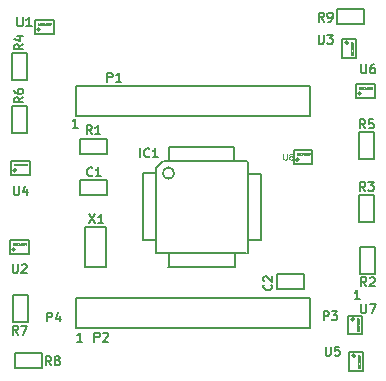
<source format=gto>
G04 (created by PCBNEW (2013-jul-07)-stable) date Thu 08 Dec 2016 11:22:07 AM PST*
%MOIN*%
G04 Gerber Fmt 3.4, Leading zero omitted, Abs format*
%FSLAX34Y34*%
G01*
G70*
G90*
G04 APERTURE LIST*
%ADD10C,0.00590551*%
%ADD11C,0.0059*%
%ADD12C,0.005*%
%ADD13C,0.006*%
%ADD14C,0.008*%
%ADD15C,0.001*%
%ADD16C,0.004*%
G04 APERTURE END LIST*
G54D10*
G54D11*
X50018Y-37442D02*
X50018Y-37147D01*
X50130Y-37147D01*
X50158Y-37161D01*
X50173Y-37175D01*
X50187Y-37203D01*
X50187Y-37245D01*
X50173Y-37273D01*
X50158Y-37287D01*
X50130Y-37301D01*
X50018Y-37301D01*
X50285Y-37147D02*
X50468Y-37147D01*
X50369Y-37259D01*
X50411Y-37259D01*
X50439Y-37273D01*
X50453Y-37287D01*
X50468Y-37315D01*
X50468Y-37386D01*
X50453Y-37414D01*
X50439Y-37428D01*
X50411Y-37442D01*
X50327Y-37442D01*
X50299Y-37428D01*
X50285Y-37414D01*
X40806Y-37481D02*
X40806Y-37186D01*
X40918Y-37186D01*
X40946Y-37200D01*
X40960Y-37214D01*
X40974Y-37242D01*
X40974Y-37284D01*
X40960Y-37312D01*
X40946Y-37326D01*
X40918Y-37340D01*
X40806Y-37340D01*
X41227Y-37284D02*
X41227Y-37481D01*
X41157Y-37172D02*
X41087Y-37383D01*
X41269Y-37383D01*
X41974Y-38150D02*
X41805Y-38150D01*
X41890Y-38150D02*
X41890Y-37855D01*
X41861Y-37897D01*
X41833Y-37925D01*
X41805Y-37939D01*
X51226Y-36733D02*
X51057Y-36733D01*
X51142Y-36733D02*
X51142Y-36438D01*
X51113Y-36480D01*
X51085Y-36508D01*
X51057Y-36522D01*
X41816Y-31024D02*
X41647Y-31024D01*
X41732Y-31024D02*
X41732Y-30729D01*
X41704Y-30772D01*
X41676Y-30800D01*
X41647Y-30814D01*
G54D12*
X50455Y-27072D02*
X51355Y-27072D01*
X51355Y-27072D02*
X51355Y-27572D01*
X51355Y-27572D02*
X50455Y-27572D01*
X50455Y-27572D02*
X50455Y-27072D01*
X39746Y-38529D02*
X40646Y-38529D01*
X40646Y-38529D02*
X40646Y-39029D01*
X40646Y-39029D02*
X39746Y-39029D01*
X39746Y-39029D02*
X39746Y-38529D01*
X40171Y-36597D02*
X40171Y-37497D01*
X40171Y-37497D02*
X39671Y-37497D01*
X39671Y-37497D02*
X39671Y-36597D01*
X39671Y-36597D02*
X40171Y-36597D01*
X40131Y-30298D02*
X40131Y-31198D01*
X40131Y-31198D02*
X39631Y-31198D01*
X39631Y-31198D02*
X39631Y-30298D01*
X39631Y-30298D02*
X40131Y-30298D01*
X51706Y-31164D02*
X51706Y-32064D01*
X51706Y-32064D02*
X51206Y-32064D01*
X51206Y-32064D02*
X51206Y-31164D01*
X51206Y-31164D02*
X51706Y-31164D01*
X40131Y-28526D02*
X40131Y-29426D01*
X40131Y-29426D02*
X39631Y-29426D01*
X39631Y-29426D02*
X39631Y-28526D01*
X39631Y-28526D02*
X40131Y-28526D01*
X51706Y-33250D02*
X51706Y-34150D01*
X51706Y-34150D02*
X51206Y-34150D01*
X51206Y-34150D02*
X51206Y-33250D01*
X51206Y-33250D02*
X51706Y-33250D01*
X51746Y-34983D02*
X51746Y-35883D01*
X51746Y-35883D02*
X51246Y-35883D01*
X51246Y-35883D02*
X51246Y-34983D01*
X51246Y-34983D02*
X51746Y-34983D01*
X41892Y-31383D02*
X42792Y-31383D01*
X42792Y-31383D02*
X42792Y-31883D01*
X42792Y-31883D02*
X41892Y-31883D01*
X41892Y-31883D02*
X41892Y-31383D01*
G54D13*
X47944Y-34751D02*
X47494Y-34751D01*
X47944Y-32571D02*
X47504Y-32571D01*
X47944Y-34751D02*
X47944Y-32571D01*
X47064Y-35221D02*
X47064Y-35651D01*
X44854Y-35231D02*
X44854Y-35651D01*
X44844Y-35651D02*
X47064Y-35661D01*
X44864Y-31681D02*
X47034Y-31671D01*
X44434Y-32371D02*
X44434Y-35201D01*
X47044Y-31681D02*
X47044Y-32091D01*
X44684Y-32131D02*
X47464Y-32131D01*
X47484Y-35211D02*
X47484Y-32171D01*
X44434Y-35211D02*
X47434Y-35211D01*
X43984Y-32541D02*
X43984Y-34761D01*
X43984Y-34761D02*
X44434Y-34761D01*
X44438Y-32361D02*
X44668Y-32131D01*
X43986Y-32541D02*
X44438Y-32541D01*
X44864Y-32131D02*
X44864Y-31679D01*
X45035Y-32535D02*
G75*
G03X45035Y-32535I-188J0D01*
G74*
G01*
G54D12*
X48447Y-35911D02*
X49347Y-35911D01*
X49347Y-35911D02*
X49347Y-36411D01*
X49347Y-36411D02*
X48447Y-36411D01*
X48447Y-36411D02*
X48447Y-35911D01*
X42812Y-33261D02*
X41912Y-33261D01*
X41912Y-33261D02*
X41912Y-32761D01*
X41912Y-32761D02*
X42812Y-32761D01*
X42812Y-32761D02*
X42812Y-33261D01*
G54D13*
X49568Y-29617D02*
X49568Y-30617D01*
X41768Y-29617D02*
X41768Y-30617D01*
X41768Y-29617D02*
X49568Y-29617D01*
X49568Y-30617D02*
X41768Y-30617D01*
X49568Y-36705D02*
X49568Y-37705D01*
X41768Y-36705D02*
X41768Y-37705D01*
X41768Y-36705D02*
X49568Y-36705D01*
X49568Y-37705D02*
X41768Y-37705D01*
G54D14*
X42775Y-34331D02*
X42775Y-35669D01*
X42775Y-35669D02*
X42067Y-35669D01*
X42067Y-35669D02*
X42067Y-34331D01*
X42067Y-34331D02*
X42775Y-34331D01*
G54D10*
X40567Y-27755D02*
G75*
G03X40567Y-27755I-55J0D01*
G74*
G01*
X41023Y-27440D02*
X41023Y-27913D01*
X41023Y-27913D02*
X40393Y-27913D01*
X40393Y-27913D02*
X40393Y-27440D01*
X40393Y-27440D02*
X41023Y-27440D01*
X39740Y-35078D02*
G75*
G03X39740Y-35078I-55J0D01*
G74*
G01*
X40196Y-34763D02*
X40196Y-35236D01*
X40196Y-35236D02*
X39566Y-35236D01*
X39566Y-35236D02*
X39566Y-34763D01*
X39566Y-34763D02*
X40196Y-34763D01*
X50843Y-28188D02*
G75*
G03X50843Y-28188I-55J0D01*
G74*
G01*
X51102Y-28700D02*
X50629Y-28700D01*
X50629Y-28700D02*
X50629Y-28070D01*
X50629Y-28070D02*
X51102Y-28070D01*
X51102Y-28070D02*
X51102Y-28700D01*
X39780Y-32440D02*
G75*
G03X39780Y-32440I-55J0D01*
G74*
G01*
X40236Y-32125D02*
X40236Y-32598D01*
X40236Y-32598D02*
X39606Y-32598D01*
X39606Y-32598D02*
X39606Y-32125D01*
X39606Y-32125D02*
X40236Y-32125D01*
X51079Y-38622D02*
G75*
G03X51079Y-38622I-55J0D01*
G74*
G01*
X51338Y-39133D02*
X50866Y-39133D01*
X50866Y-39133D02*
X50866Y-38503D01*
X50866Y-38503D02*
X51338Y-38503D01*
X51338Y-38503D02*
X51338Y-39133D01*
X51276Y-29881D02*
G75*
G03X51276Y-29881I-55J0D01*
G74*
G01*
X51732Y-29566D02*
X51732Y-30039D01*
X51732Y-30039D02*
X51102Y-30039D01*
X51102Y-30039D02*
X51102Y-29566D01*
X51102Y-29566D02*
X51732Y-29566D01*
X51039Y-37401D02*
G75*
G03X51039Y-37401I-55J0D01*
G74*
G01*
X51299Y-37913D02*
X50826Y-37913D01*
X50826Y-37913D02*
X50826Y-37283D01*
X50826Y-37283D02*
X51299Y-37283D01*
X51299Y-37283D02*
X51299Y-37913D01*
X49189Y-32086D02*
G75*
G03X49189Y-32086I-55J0D01*
G74*
G01*
X49645Y-31771D02*
X49645Y-32244D01*
X49645Y-32244D02*
X49015Y-32244D01*
X49015Y-32244D02*
X49015Y-31771D01*
X49015Y-31771D02*
X49645Y-31771D01*
G54D13*
X50028Y-27483D02*
X49928Y-27340D01*
X49857Y-27483D02*
X49857Y-27183D01*
X49971Y-27183D01*
X50000Y-27197D01*
X50014Y-27212D01*
X50028Y-27240D01*
X50028Y-27283D01*
X50014Y-27312D01*
X50000Y-27326D01*
X49971Y-27340D01*
X49857Y-27340D01*
X50171Y-27483D02*
X50228Y-27483D01*
X50257Y-27469D01*
X50271Y-27455D01*
X50300Y-27412D01*
X50314Y-27355D01*
X50314Y-27240D01*
X50300Y-27212D01*
X50285Y-27197D01*
X50257Y-27183D01*
X50200Y-27183D01*
X50171Y-27197D01*
X50157Y-27212D01*
X50143Y-27240D01*
X50143Y-27312D01*
X50157Y-27340D01*
X50171Y-27355D01*
X50200Y-27369D01*
X50257Y-27369D01*
X50285Y-27355D01*
X50300Y-27340D01*
X50314Y-27312D01*
X40934Y-38940D02*
X40834Y-38797D01*
X40762Y-38940D02*
X40762Y-38640D01*
X40877Y-38640D01*
X40905Y-38654D01*
X40919Y-38668D01*
X40934Y-38697D01*
X40934Y-38740D01*
X40919Y-38768D01*
X40905Y-38783D01*
X40877Y-38797D01*
X40762Y-38797D01*
X41105Y-38768D02*
X41077Y-38754D01*
X41062Y-38740D01*
X41048Y-38711D01*
X41048Y-38697D01*
X41062Y-38668D01*
X41077Y-38654D01*
X41105Y-38640D01*
X41162Y-38640D01*
X41191Y-38654D01*
X41205Y-38668D01*
X41219Y-38697D01*
X41219Y-38711D01*
X41205Y-38740D01*
X41191Y-38754D01*
X41162Y-38768D01*
X41105Y-38768D01*
X41077Y-38783D01*
X41062Y-38797D01*
X41048Y-38826D01*
X41048Y-38883D01*
X41062Y-38911D01*
X41077Y-38926D01*
X41105Y-38940D01*
X41162Y-38940D01*
X41191Y-38926D01*
X41205Y-38911D01*
X41219Y-38883D01*
X41219Y-38826D01*
X41205Y-38797D01*
X41191Y-38783D01*
X41162Y-38768D01*
X39831Y-37916D02*
X39731Y-37773D01*
X39660Y-37916D02*
X39660Y-37616D01*
X39774Y-37616D01*
X39803Y-37630D01*
X39817Y-37645D01*
X39831Y-37673D01*
X39831Y-37716D01*
X39817Y-37745D01*
X39803Y-37759D01*
X39774Y-37773D01*
X39660Y-37773D01*
X39931Y-37616D02*
X40131Y-37616D01*
X40003Y-37916D01*
X40003Y-30010D02*
X39860Y-30110D01*
X40003Y-30182D02*
X39703Y-30182D01*
X39703Y-30067D01*
X39717Y-30039D01*
X39731Y-30024D01*
X39760Y-30010D01*
X39803Y-30010D01*
X39831Y-30024D01*
X39846Y-30039D01*
X39860Y-30067D01*
X39860Y-30182D01*
X39703Y-29753D02*
X39703Y-29810D01*
X39717Y-29839D01*
X39731Y-29853D01*
X39774Y-29882D01*
X39831Y-29896D01*
X39946Y-29896D01*
X39974Y-29882D01*
X39989Y-29867D01*
X40003Y-29839D01*
X40003Y-29782D01*
X39989Y-29753D01*
X39974Y-29739D01*
X39946Y-29724D01*
X39874Y-29724D01*
X39846Y-29739D01*
X39831Y-29753D01*
X39817Y-29782D01*
X39817Y-29839D01*
X39831Y-29867D01*
X39846Y-29882D01*
X39874Y-29896D01*
X51406Y-31046D02*
X51306Y-30903D01*
X51235Y-31046D02*
X51235Y-30746D01*
X51349Y-30746D01*
X51378Y-30760D01*
X51392Y-30775D01*
X51406Y-30803D01*
X51406Y-30846D01*
X51392Y-30875D01*
X51378Y-30889D01*
X51349Y-30903D01*
X51235Y-30903D01*
X51678Y-30746D02*
X51535Y-30746D01*
X51520Y-30889D01*
X51535Y-30875D01*
X51563Y-30860D01*
X51635Y-30860D01*
X51663Y-30875D01*
X51678Y-30889D01*
X51692Y-30918D01*
X51692Y-30989D01*
X51678Y-31018D01*
X51663Y-31032D01*
X51635Y-31046D01*
X51563Y-31046D01*
X51535Y-31032D01*
X51520Y-31018D01*
X40003Y-28238D02*
X39860Y-28338D01*
X40003Y-28410D02*
X39703Y-28410D01*
X39703Y-28296D01*
X39717Y-28267D01*
X39731Y-28253D01*
X39760Y-28238D01*
X39803Y-28238D01*
X39831Y-28253D01*
X39846Y-28267D01*
X39860Y-28296D01*
X39860Y-28410D01*
X39803Y-27981D02*
X40003Y-27981D01*
X39689Y-28053D02*
X39903Y-28124D01*
X39903Y-27938D01*
X51406Y-33133D02*
X51306Y-32990D01*
X51235Y-33133D02*
X51235Y-32833D01*
X51349Y-32833D01*
X51378Y-32847D01*
X51392Y-32861D01*
X51406Y-32890D01*
X51406Y-32933D01*
X51392Y-32961D01*
X51378Y-32976D01*
X51349Y-32990D01*
X51235Y-32990D01*
X51506Y-32833D02*
X51692Y-32833D01*
X51592Y-32947D01*
X51635Y-32947D01*
X51663Y-32961D01*
X51678Y-32976D01*
X51692Y-33004D01*
X51692Y-33076D01*
X51678Y-33104D01*
X51663Y-33118D01*
X51635Y-33133D01*
X51549Y-33133D01*
X51520Y-33118D01*
X51506Y-33104D01*
X51446Y-36302D02*
X51346Y-36159D01*
X51274Y-36302D02*
X51274Y-36002D01*
X51388Y-36002D01*
X51417Y-36016D01*
X51431Y-36031D01*
X51446Y-36059D01*
X51446Y-36102D01*
X51431Y-36131D01*
X51417Y-36145D01*
X51388Y-36159D01*
X51274Y-36159D01*
X51560Y-36031D02*
X51574Y-36016D01*
X51603Y-36002D01*
X51674Y-36002D01*
X51703Y-36016D01*
X51717Y-36031D01*
X51731Y-36059D01*
X51731Y-36088D01*
X51717Y-36131D01*
X51546Y-36302D01*
X51731Y-36302D01*
X42292Y-31243D02*
X42192Y-31100D01*
X42121Y-31243D02*
X42121Y-30943D01*
X42235Y-30943D01*
X42263Y-30957D01*
X42278Y-30972D01*
X42292Y-31000D01*
X42292Y-31043D01*
X42278Y-31072D01*
X42263Y-31086D01*
X42235Y-31100D01*
X42121Y-31100D01*
X42578Y-31243D02*
X42406Y-31243D01*
X42492Y-31243D02*
X42492Y-30943D01*
X42463Y-30986D01*
X42435Y-31014D01*
X42406Y-31029D01*
X43899Y-32010D02*
X43899Y-31710D01*
X44213Y-31982D02*
X44199Y-31996D01*
X44156Y-32010D01*
X44128Y-32010D01*
X44085Y-31996D01*
X44056Y-31967D01*
X44042Y-31939D01*
X44028Y-31882D01*
X44028Y-31839D01*
X44042Y-31782D01*
X44056Y-31753D01*
X44085Y-31725D01*
X44128Y-31710D01*
X44156Y-31710D01*
X44199Y-31725D01*
X44213Y-31739D01*
X44499Y-32010D02*
X44328Y-32010D01*
X44413Y-32010D02*
X44413Y-31710D01*
X44385Y-31753D01*
X44356Y-31782D01*
X44328Y-31796D01*
G54D11*
X48280Y-36249D02*
X48294Y-36264D01*
X48308Y-36306D01*
X48308Y-36334D01*
X48294Y-36376D01*
X48266Y-36404D01*
X48238Y-36418D01*
X48181Y-36432D01*
X48139Y-36432D01*
X48083Y-36418D01*
X48055Y-36404D01*
X48027Y-36376D01*
X48013Y-36334D01*
X48013Y-36306D01*
X48027Y-36264D01*
X48041Y-36249D01*
X48041Y-36137D02*
X48027Y-36123D01*
X48013Y-36095D01*
X48013Y-36025D01*
X48027Y-35997D01*
X48041Y-35983D01*
X48069Y-35969D01*
X48097Y-35969D01*
X48139Y-35983D01*
X48308Y-36151D01*
X48308Y-35969D01*
G54D13*
X42312Y-32612D02*
X42297Y-32626D01*
X42255Y-32641D01*
X42226Y-32641D01*
X42183Y-32626D01*
X42155Y-32598D01*
X42140Y-32569D01*
X42126Y-32512D01*
X42126Y-32469D01*
X42140Y-32412D01*
X42155Y-32383D01*
X42183Y-32355D01*
X42226Y-32341D01*
X42255Y-32341D01*
X42297Y-32355D01*
X42312Y-32369D01*
X42597Y-32641D02*
X42426Y-32641D01*
X42512Y-32641D02*
X42512Y-32341D01*
X42483Y-32383D01*
X42455Y-32412D01*
X42426Y-32426D01*
X42810Y-29491D02*
X42810Y-29191D01*
X42924Y-29191D01*
X42952Y-29205D01*
X42967Y-29220D01*
X42981Y-29248D01*
X42981Y-29291D01*
X42967Y-29320D01*
X42952Y-29334D01*
X42924Y-29348D01*
X42810Y-29348D01*
X43267Y-29491D02*
X43095Y-29491D01*
X43181Y-29491D02*
X43181Y-29191D01*
X43152Y-29234D01*
X43124Y-29262D01*
X43095Y-29277D01*
X42376Y-38152D02*
X42376Y-37852D01*
X42491Y-37852D01*
X42519Y-37867D01*
X42534Y-37881D01*
X42548Y-37910D01*
X42548Y-37952D01*
X42534Y-37981D01*
X42519Y-37995D01*
X42491Y-38010D01*
X42376Y-38010D01*
X42662Y-37881D02*
X42676Y-37867D01*
X42705Y-37852D01*
X42776Y-37852D01*
X42805Y-37867D01*
X42819Y-37881D01*
X42834Y-37910D01*
X42834Y-37938D01*
X42819Y-37981D01*
X42648Y-38152D01*
X42834Y-38152D01*
X42198Y-33915D02*
X42398Y-34215D01*
X42398Y-33915D02*
X42198Y-34215D01*
X42669Y-34215D02*
X42498Y-34215D01*
X42583Y-34215D02*
X42583Y-33915D01*
X42555Y-33958D01*
X42526Y-33987D01*
X42498Y-34001D01*
X39810Y-27341D02*
X39810Y-27583D01*
X39825Y-27612D01*
X39839Y-27626D01*
X39867Y-27641D01*
X39925Y-27641D01*
X39953Y-27626D01*
X39967Y-27612D01*
X39982Y-27583D01*
X39982Y-27341D01*
X40282Y-27641D02*
X40110Y-27641D01*
X40196Y-27641D02*
X40196Y-27341D01*
X40167Y-27383D01*
X40139Y-27412D01*
X40110Y-27426D01*
G54D15*
X40499Y-27597D02*
X40499Y-27547D01*
X40511Y-27547D01*
X40518Y-27549D01*
X40522Y-27554D01*
X40525Y-27559D01*
X40527Y-27568D01*
X40527Y-27575D01*
X40525Y-27585D01*
X40522Y-27590D01*
X40518Y-27595D01*
X40511Y-27597D01*
X40499Y-27597D01*
X40549Y-27597D02*
X40549Y-27547D01*
X40565Y-27583D01*
X40582Y-27547D01*
X40582Y-27597D01*
X40634Y-27592D02*
X40632Y-27595D01*
X40625Y-27597D01*
X40620Y-27597D01*
X40613Y-27595D01*
X40608Y-27590D01*
X40606Y-27585D01*
X40603Y-27575D01*
X40603Y-27568D01*
X40606Y-27559D01*
X40608Y-27554D01*
X40613Y-27549D01*
X40620Y-27547D01*
X40625Y-27547D01*
X40632Y-27549D01*
X40634Y-27552D01*
X40653Y-27552D02*
X40656Y-27549D01*
X40661Y-27547D01*
X40672Y-27547D01*
X40677Y-27549D01*
X40680Y-27552D01*
X40682Y-27556D01*
X40682Y-27561D01*
X40680Y-27568D01*
X40651Y-27597D01*
X40682Y-27597D01*
X40725Y-27564D02*
X40725Y-27597D01*
X40713Y-27545D02*
X40701Y-27580D01*
X40732Y-27580D01*
X40761Y-27547D02*
X40765Y-27547D01*
X40770Y-27549D01*
X40772Y-27552D01*
X40775Y-27556D01*
X40777Y-27566D01*
X40777Y-27578D01*
X40775Y-27587D01*
X40772Y-27592D01*
X40770Y-27595D01*
X40765Y-27597D01*
X40761Y-27597D01*
X40756Y-27595D01*
X40753Y-27592D01*
X40751Y-27587D01*
X40749Y-27578D01*
X40749Y-27566D01*
X40751Y-27556D01*
X40753Y-27552D01*
X40756Y-27549D01*
X40761Y-27547D01*
X40808Y-27547D02*
X40813Y-27547D01*
X40818Y-27549D01*
X40820Y-27552D01*
X40822Y-27556D01*
X40825Y-27566D01*
X40825Y-27578D01*
X40822Y-27587D01*
X40820Y-27592D01*
X40818Y-27595D01*
X40813Y-27597D01*
X40808Y-27597D01*
X40803Y-27595D01*
X40801Y-27592D01*
X40799Y-27587D01*
X40796Y-27578D01*
X40796Y-27566D01*
X40799Y-27556D01*
X40801Y-27552D01*
X40803Y-27549D01*
X40808Y-27547D01*
X40846Y-27547D02*
X40846Y-27587D01*
X40849Y-27592D01*
X40851Y-27595D01*
X40856Y-27597D01*
X40865Y-27597D01*
X40870Y-27595D01*
X40872Y-27592D01*
X40875Y-27587D01*
X40875Y-27547D01*
X40891Y-27547D02*
X40908Y-27597D01*
X40925Y-27547D01*
G54D13*
X39653Y-35569D02*
X39653Y-35812D01*
X39667Y-35840D01*
X39681Y-35855D01*
X39710Y-35869D01*
X39767Y-35869D01*
X39796Y-35855D01*
X39810Y-35840D01*
X39824Y-35812D01*
X39824Y-35569D01*
X39953Y-35598D02*
X39967Y-35583D01*
X39996Y-35569D01*
X40067Y-35569D01*
X40096Y-35583D01*
X40110Y-35598D01*
X40124Y-35626D01*
X40124Y-35655D01*
X40110Y-35698D01*
X39939Y-35869D01*
X40124Y-35869D01*
G54D15*
X39672Y-34920D02*
X39672Y-34870D01*
X39684Y-34870D01*
X39691Y-34872D01*
X39696Y-34877D01*
X39698Y-34882D01*
X39700Y-34891D01*
X39700Y-34898D01*
X39698Y-34908D01*
X39696Y-34913D01*
X39691Y-34917D01*
X39684Y-34920D01*
X39672Y-34920D01*
X39722Y-34920D02*
X39722Y-34870D01*
X39739Y-34905D01*
X39755Y-34870D01*
X39755Y-34920D01*
X39808Y-34915D02*
X39805Y-34917D01*
X39798Y-34920D01*
X39793Y-34920D01*
X39786Y-34917D01*
X39781Y-34913D01*
X39779Y-34908D01*
X39777Y-34898D01*
X39777Y-34891D01*
X39779Y-34882D01*
X39781Y-34877D01*
X39786Y-34872D01*
X39793Y-34870D01*
X39798Y-34870D01*
X39805Y-34872D01*
X39808Y-34875D01*
X39827Y-34875D02*
X39829Y-34872D01*
X39834Y-34870D01*
X39846Y-34870D01*
X39850Y-34872D01*
X39853Y-34875D01*
X39855Y-34879D01*
X39855Y-34884D01*
X39853Y-34891D01*
X39824Y-34920D01*
X39855Y-34920D01*
X39898Y-34886D02*
X39898Y-34920D01*
X39886Y-34867D02*
X39874Y-34903D01*
X39905Y-34903D01*
X39934Y-34870D02*
X39939Y-34870D01*
X39943Y-34872D01*
X39946Y-34875D01*
X39948Y-34879D01*
X39950Y-34889D01*
X39950Y-34901D01*
X39948Y-34910D01*
X39946Y-34915D01*
X39943Y-34917D01*
X39939Y-34920D01*
X39934Y-34920D01*
X39929Y-34917D01*
X39927Y-34915D01*
X39924Y-34910D01*
X39922Y-34901D01*
X39922Y-34889D01*
X39924Y-34879D01*
X39927Y-34875D01*
X39929Y-34872D01*
X39934Y-34870D01*
X39981Y-34870D02*
X39986Y-34870D01*
X39991Y-34872D01*
X39993Y-34875D01*
X39996Y-34879D01*
X39998Y-34889D01*
X39998Y-34901D01*
X39996Y-34910D01*
X39993Y-34915D01*
X39991Y-34917D01*
X39986Y-34920D01*
X39981Y-34920D01*
X39977Y-34917D01*
X39974Y-34915D01*
X39972Y-34910D01*
X39969Y-34901D01*
X39969Y-34889D01*
X39972Y-34879D01*
X39974Y-34875D01*
X39977Y-34872D01*
X39981Y-34870D01*
X40019Y-34870D02*
X40019Y-34910D01*
X40022Y-34915D01*
X40024Y-34917D01*
X40029Y-34920D01*
X40039Y-34920D01*
X40043Y-34917D01*
X40046Y-34915D01*
X40048Y-34910D01*
X40048Y-34870D01*
X40065Y-34870D02*
X40081Y-34920D01*
X40098Y-34870D01*
G54D13*
X49850Y-27931D02*
X49850Y-28174D01*
X49864Y-28203D01*
X49878Y-28217D01*
X49907Y-28231D01*
X49964Y-28231D01*
X49993Y-28217D01*
X50007Y-28203D01*
X50021Y-28174D01*
X50021Y-27931D01*
X50135Y-27931D02*
X50321Y-27931D01*
X50221Y-28045D01*
X50264Y-28045D01*
X50293Y-28060D01*
X50307Y-28074D01*
X50321Y-28103D01*
X50321Y-28174D01*
X50307Y-28203D01*
X50293Y-28217D01*
X50264Y-28231D01*
X50178Y-28231D01*
X50150Y-28217D01*
X50135Y-28203D01*
G54D15*
X50986Y-28595D02*
X50936Y-28595D01*
X50936Y-28583D01*
X50938Y-28576D01*
X50943Y-28571D01*
X50948Y-28569D01*
X50957Y-28566D01*
X50964Y-28566D01*
X50974Y-28569D01*
X50979Y-28571D01*
X50983Y-28576D01*
X50986Y-28583D01*
X50986Y-28595D01*
X50986Y-28545D02*
X50936Y-28545D01*
X50972Y-28528D01*
X50936Y-28512D01*
X50986Y-28512D01*
X50981Y-28459D02*
X50983Y-28462D01*
X50986Y-28469D01*
X50986Y-28473D01*
X50983Y-28481D01*
X50979Y-28485D01*
X50974Y-28488D01*
X50964Y-28490D01*
X50957Y-28490D01*
X50948Y-28488D01*
X50943Y-28485D01*
X50938Y-28481D01*
X50936Y-28473D01*
X50936Y-28469D01*
X50938Y-28462D01*
X50941Y-28459D01*
X50941Y-28440D02*
X50938Y-28438D01*
X50936Y-28433D01*
X50936Y-28421D01*
X50938Y-28416D01*
X50941Y-28414D01*
X50945Y-28412D01*
X50950Y-28412D01*
X50957Y-28414D01*
X50986Y-28442D01*
X50986Y-28412D01*
X50953Y-28369D02*
X50986Y-28369D01*
X50933Y-28381D02*
X50969Y-28392D01*
X50969Y-28362D01*
X50936Y-28333D02*
X50936Y-28328D01*
X50938Y-28323D01*
X50941Y-28321D01*
X50945Y-28319D01*
X50955Y-28316D01*
X50967Y-28316D01*
X50976Y-28319D01*
X50981Y-28321D01*
X50983Y-28323D01*
X50986Y-28328D01*
X50986Y-28333D01*
X50983Y-28338D01*
X50981Y-28340D01*
X50976Y-28342D01*
X50967Y-28345D01*
X50955Y-28345D01*
X50945Y-28342D01*
X50941Y-28340D01*
X50938Y-28338D01*
X50936Y-28333D01*
X50936Y-28285D02*
X50936Y-28281D01*
X50938Y-28276D01*
X50941Y-28273D01*
X50945Y-28271D01*
X50955Y-28269D01*
X50967Y-28269D01*
X50976Y-28271D01*
X50981Y-28273D01*
X50983Y-28276D01*
X50986Y-28281D01*
X50986Y-28285D01*
X50983Y-28290D01*
X50981Y-28292D01*
X50976Y-28295D01*
X50967Y-28297D01*
X50955Y-28297D01*
X50945Y-28295D01*
X50941Y-28292D01*
X50938Y-28290D01*
X50936Y-28285D01*
X50936Y-28247D02*
X50976Y-28247D01*
X50981Y-28245D01*
X50983Y-28242D01*
X50986Y-28238D01*
X50986Y-28228D01*
X50983Y-28223D01*
X50981Y-28221D01*
X50976Y-28219D01*
X50936Y-28219D01*
X50936Y-28202D02*
X50986Y-28185D01*
X50936Y-28169D01*
G54D13*
X39692Y-32971D02*
X39692Y-33213D01*
X39706Y-33242D01*
X39721Y-33256D01*
X39749Y-33271D01*
X39806Y-33271D01*
X39835Y-33256D01*
X39849Y-33242D01*
X39864Y-33213D01*
X39864Y-32971D01*
X40135Y-33071D02*
X40135Y-33271D01*
X40064Y-32956D02*
X39992Y-33171D01*
X40178Y-33171D01*
G54D15*
X39711Y-32282D02*
X39711Y-32232D01*
X39723Y-32232D01*
X39730Y-32234D01*
X39735Y-32239D01*
X39737Y-32244D01*
X39740Y-32253D01*
X39740Y-32261D01*
X39737Y-32270D01*
X39735Y-32275D01*
X39730Y-32280D01*
X39723Y-32282D01*
X39711Y-32282D01*
X39761Y-32282D02*
X39761Y-32232D01*
X39778Y-32268D01*
X39795Y-32232D01*
X39795Y-32282D01*
X39847Y-32277D02*
X39845Y-32280D01*
X39837Y-32282D01*
X39833Y-32282D01*
X39826Y-32280D01*
X39821Y-32275D01*
X39818Y-32270D01*
X39816Y-32261D01*
X39816Y-32253D01*
X39818Y-32244D01*
X39821Y-32239D01*
X39826Y-32234D01*
X39833Y-32232D01*
X39837Y-32232D01*
X39845Y-32234D01*
X39847Y-32237D01*
X39866Y-32237D02*
X39868Y-32234D01*
X39873Y-32232D01*
X39885Y-32232D01*
X39890Y-32234D01*
X39892Y-32237D01*
X39895Y-32241D01*
X39895Y-32246D01*
X39892Y-32253D01*
X39864Y-32282D01*
X39895Y-32282D01*
X39937Y-32249D02*
X39937Y-32282D01*
X39926Y-32230D02*
X39914Y-32265D01*
X39945Y-32265D01*
X39973Y-32232D02*
X39978Y-32232D01*
X39983Y-32234D01*
X39985Y-32237D01*
X39987Y-32241D01*
X39990Y-32251D01*
X39990Y-32263D01*
X39987Y-32272D01*
X39985Y-32277D01*
X39983Y-32280D01*
X39978Y-32282D01*
X39973Y-32282D01*
X39968Y-32280D01*
X39966Y-32277D01*
X39964Y-32272D01*
X39961Y-32263D01*
X39961Y-32251D01*
X39964Y-32241D01*
X39966Y-32237D01*
X39968Y-32234D01*
X39973Y-32232D01*
X40021Y-32232D02*
X40026Y-32232D01*
X40030Y-32234D01*
X40033Y-32237D01*
X40035Y-32241D01*
X40037Y-32251D01*
X40037Y-32263D01*
X40035Y-32272D01*
X40033Y-32277D01*
X40030Y-32280D01*
X40026Y-32282D01*
X40021Y-32282D01*
X40016Y-32280D01*
X40014Y-32277D01*
X40011Y-32272D01*
X40009Y-32263D01*
X40009Y-32251D01*
X40011Y-32241D01*
X40014Y-32237D01*
X40016Y-32234D01*
X40021Y-32232D01*
X40059Y-32232D02*
X40059Y-32272D01*
X40061Y-32277D01*
X40064Y-32280D01*
X40068Y-32282D01*
X40078Y-32282D01*
X40083Y-32280D01*
X40085Y-32277D01*
X40087Y-32272D01*
X40087Y-32232D01*
X40104Y-32232D02*
X40121Y-32282D01*
X40137Y-32232D01*
G54D13*
X50086Y-38325D02*
X50086Y-38568D01*
X50100Y-38596D01*
X50114Y-38611D01*
X50143Y-38625D01*
X50200Y-38625D01*
X50229Y-38611D01*
X50243Y-38596D01*
X50257Y-38568D01*
X50257Y-38325D01*
X50543Y-38325D02*
X50400Y-38325D01*
X50386Y-38468D01*
X50400Y-38453D01*
X50429Y-38439D01*
X50500Y-38439D01*
X50529Y-38453D01*
X50543Y-38468D01*
X50557Y-38496D01*
X50557Y-38568D01*
X50543Y-38596D01*
X50529Y-38611D01*
X50500Y-38625D01*
X50429Y-38625D01*
X50400Y-38611D01*
X50386Y-38596D01*
G54D15*
X51222Y-39028D02*
X51172Y-39028D01*
X51172Y-39016D01*
X51174Y-39009D01*
X51179Y-39004D01*
X51184Y-39002D01*
X51194Y-38999D01*
X51201Y-38999D01*
X51210Y-39002D01*
X51215Y-39004D01*
X51220Y-39009D01*
X51222Y-39016D01*
X51222Y-39028D01*
X51222Y-38978D02*
X51172Y-38978D01*
X51208Y-38961D01*
X51172Y-38945D01*
X51222Y-38945D01*
X51217Y-38892D02*
X51220Y-38895D01*
X51222Y-38902D01*
X51222Y-38906D01*
X51220Y-38914D01*
X51215Y-38918D01*
X51210Y-38921D01*
X51201Y-38923D01*
X51194Y-38923D01*
X51184Y-38921D01*
X51179Y-38918D01*
X51174Y-38914D01*
X51172Y-38906D01*
X51172Y-38902D01*
X51174Y-38895D01*
X51177Y-38892D01*
X51177Y-38873D02*
X51174Y-38871D01*
X51172Y-38866D01*
X51172Y-38854D01*
X51174Y-38849D01*
X51177Y-38847D01*
X51182Y-38845D01*
X51186Y-38845D01*
X51194Y-38847D01*
X51222Y-38876D01*
X51222Y-38845D01*
X51189Y-38802D02*
X51222Y-38802D01*
X51170Y-38814D02*
X51205Y-38826D01*
X51205Y-38795D01*
X51172Y-38766D02*
X51172Y-38761D01*
X51174Y-38756D01*
X51177Y-38754D01*
X51182Y-38752D01*
X51191Y-38749D01*
X51203Y-38749D01*
X51213Y-38752D01*
X51217Y-38754D01*
X51220Y-38756D01*
X51222Y-38761D01*
X51222Y-38766D01*
X51220Y-38771D01*
X51217Y-38773D01*
X51213Y-38776D01*
X51203Y-38778D01*
X51191Y-38778D01*
X51182Y-38776D01*
X51177Y-38773D01*
X51174Y-38771D01*
X51172Y-38766D01*
X51172Y-38718D02*
X51172Y-38714D01*
X51174Y-38709D01*
X51177Y-38706D01*
X51182Y-38704D01*
X51191Y-38702D01*
X51203Y-38702D01*
X51213Y-38704D01*
X51217Y-38706D01*
X51220Y-38709D01*
X51222Y-38714D01*
X51222Y-38718D01*
X51220Y-38723D01*
X51217Y-38726D01*
X51213Y-38728D01*
X51203Y-38730D01*
X51191Y-38730D01*
X51182Y-38728D01*
X51177Y-38726D01*
X51174Y-38723D01*
X51172Y-38718D01*
X51172Y-38680D02*
X51213Y-38680D01*
X51217Y-38678D01*
X51220Y-38676D01*
X51222Y-38671D01*
X51222Y-38661D01*
X51220Y-38656D01*
X51217Y-38654D01*
X51213Y-38652D01*
X51172Y-38652D01*
X51172Y-38635D02*
X51222Y-38618D01*
X51172Y-38602D01*
G54D13*
X51267Y-28915D02*
X51267Y-29158D01*
X51281Y-29187D01*
X51296Y-29201D01*
X51324Y-29215D01*
X51381Y-29215D01*
X51410Y-29201D01*
X51424Y-29187D01*
X51438Y-29158D01*
X51438Y-28915D01*
X51710Y-28915D02*
X51653Y-28915D01*
X51624Y-28930D01*
X51610Y-28944D01*
X51581Y-28987D01*
X51567Y-29044D01*
X51567Y-29158D01*
X51581Y-29187D01*
X51596Y-29201D01*
X51624Y-29215D01*
X51681Y-29215D01*
X51710Y-29201D01*
X51724Y-29187D01*
X51738Y-29158D01*
X51738Y-29087D01*
X51724Y-29058D01*
X51710Y-29044D01*
X51681Y-29030D01*
X51624Y-29030D01*
X51596Y-29044D01*
X51581Y-29058D01*
X51567Y-29087D01*
G54D15*
X51207Y-29723D02*
X51207Y-29673D01*
X51219Y-29673D01*
X51226Y-29675D01*
X51231Y-29680D01*
X51233Y-29685D01*
X51236Y-29694D01*
X51236Y-29701D01*
X51233Y-29711D01*
X51231Y-29716D01*
X51226Y-29721D01*
X51219Y-29723D01*
X51207Y-29723D01*
X51257Y-29723D02*
X51257Y-29673D01*
X51274Y-29709D01*
X51291Y-29673D01*
X51291Y-29723D01*
X51343Y-29718D02*
X51341Y-29721D01*
X51333Y-29723D01*
X51329Y-29723D01*
X51322Y-29721D01*
X51317Y-29716D01*
X51314Y-29711D01*
X51312Y-29701D01*
X51312Y-29694D01*
X51314Y-29685D01*
X51317Y-29680D01*
X51322Y-29675D01*
X51329Y-29673D01*
X51333Y-29673D01*
X51341Y-29675D01*
X51343Y-29678D01*
X51362Y-29678D02*
X51364Y-29675D01*
X51369Y-29673D01*
X51381Y-29673D01*
X51386Y-29675D01*
X51388Y-29678D01*
X51391Y-29682D01*
X51391Y-29687D01*
X51388Y-29694D01*
X51360Y-29723D01*
X51391Y-29723D01*
X51433Y-29690D02*
X51433Y-29723D01*
X51422Y-29671D02*
X51410Y-29706D01*
X51441Y-29706D01*
X51469Y-29673D02*
X51474Y-29673D01*
X51479Y-29675D01*
X51481Y-29678D01*
X51483Y-29682D01*
X51486Y-29692D01*
X51486Y-29704D01*
X51483Y-29713D01*
X51481Y-29718D01*
X51479Y-29721D01*
X51474Y-29723D01*
X51469Y-29723D01*
X51464Y-29721D01*
X51462Y-29718D01*
X51460Y-29713D01*
X51457Y-29704D01*
X51457Y-29692D01*
X51460Y-29682D01*
X51462Y-29678D01*
X51464Y-29675D01*
X51469Y-29673D01*
X51517Y-29673D02*
X51522Y-29673D01*
X51526Y-29675D01*
X51529Y-29678D01*
X51531Y-29682D01*
X51533Y-29692D01*
X51533Y-29704D01*
X51531Y-29713D01*
X51529Y-29718D01*
X51526Y-29721D01*
X51522Y-29723D01*
X51517Y-29723D01*
X51512Y-29721D01*
X51510Y-29718D01*
X51507Y-29713D01*
X51505Y-29704D01*
X51505Y-29692D01*
X51507Y-29682D01*
X51510Y-29678D01*
X51512Y-29675D01*
X51517Y-29673D01*
X51555Y-29673D02*
X51555Y-29713D01*
X51557Y-29718D01*
X51560Y-29721D01*
X51564Y-29723D01*
X51574Y-29723D01*
X51579Y-29721D01*
X51581Y-29718D01*
X51583Y-29713D01*
X51583Y-29673D01*
X51600Y-29673D02*
X51617Y-29723D01*
X51633Y-29673D01*
G54D13*
X51267Y-36908D02*
X51267Y-37150D01*
X51281Y-37179D01*
X51296Y-37193D01*
X51324Y-37208D01*
X51381Y-37208D01*
X51410Y-37193D01*
X51424Y-37179D01*
X51438Y-37150D01*
X51438Y-36908D01*
X51553Y-36908D02*
X51753Y-36908D01*
X51624Y-37208D01*
G54D15*
X51183Y-37807D02*
X51133Y-37807D01*
X51133Y-37796D01*
X51135Y-37788D01*
X51140Y-37784D01*
X51145Y-37781D01*
X51154Y-37779D01*
X51161Y-37779D01*
X51171Y-37781D01*
X51176Y-37784D01*
X51180Y-37788D01*
X51183Y-37796D01*
X51183Y-37807D01*
X51183Y-37757D02*
X51133Y-37757D01*
X51168Y-37741D01*
X51133Y-37724D01*
X51183Y-37724D01*
X51178Y-37672D02*
X51180Y-37674D01*
X51183Y-37681D01*
X51183Y-37686D01*
X51180Y-37693D01*
X51176Y-37698D01*
X51171Y-37700D01*
X51161Y-37703D01*
X51154Y-37703D01*
X51145Y-37700D01*
X51140Y-37698D01*
X51135Y-37693D01*
X51133Y-37686D01*
X51133Y-37681D01*
X51135Y-37674D01*
X51137Y-37672D01*
X51137Y-37653D02*
X51135Y-37650D01*
X51133Y-37646D01*
X51133Y-37634D01*
X51135Y-37629D01*
X51137Y-37626D01*
X51142Y-37624D01*
X51147Y-37624D01*
X51154Y-37626D01*
X51183Y-37655D01*
X51183Y-37624D01*
X51149Y-37581D02*
X51183Y-37581D01*
X51130Y-37593D02*
X51166Y-37605D01*
X51166Y-37574D01*
X51133Y-37546D02*
X51133Y-37541D01*
X51135Y-37536D01*
X51137Y-37534D01*
X51142Y-37531D01*
X51152Y-37529D01*
X51164Y-37529D01*
X51173Y-37531D01*
X51178Y-37534D01*
X51180Y-37536D01*
X51183Y-37541D01*
X51183Y-37546D01*
X51180Y-37550D01*
X51178Y-37553D01*
X51173Y-37555D01*
X51164Y-37557D01*
X51152Y-37557D01*
X51142Y-37555D01*
X51137Y-37553D01*
X51135Y-37550D01*
X51133Y-37546D01*
X51133Y-37498D02*
X51133Y-37493D01*
X51135Y-37488D01*
X51137Y-37486D01*
X51142Y-37484D01*
X51152Y-37481D01*
X51164Y-37481D01*
X51173Y-37484D01*
X51178Y-37486D01*
X51180Y-37488D01*
X51183Y-37493D01*
X51183Y-37498D01*
X51180Y-37503D01*
X51178Y-37505D01*
X51173Y-37507D01*
X51164Y-37510D01*
X51152Y-37510D01*
X51142Y-37507D01*
X51137Y-37505D01*
X51135Y-37503D01*
X51133Y-37498D01*
X51133Y-37460D02*
X51173Y-37460D01*
X51178Y-37457D01*
X51180Y-37455D01*
X51183Y-37450D01*
X51183Y-37441D01*
X51180Y-37436D01*
X51178Y-37434D01*
X51173Y-37431D01*
X51133Y-37431D01*
X51133Y-37415D02*
X51183Y-37398D01*
X51133Y-37381D01*
G54D16*
X48678Y-31888D02*
X48678Y-32050D01*
X48687Y-32069D01*
X48697Y-32079D01*
X48716Y-32088D01*
X48754Y-32088D01*
X48773Y-32079D01*
X48783Y-32069D01*
X48792Y-32050D01*
X48792Y-31888D01*
X48916Y-31974D02*
X48897Y-31965D01*
X48887Y-31955D01*
X48878Y-31936D01*
X48878Y-31926D01*
X48887Y-31907D01*
X48897Y-31898D01*
X48916Y-31888D01*
X48954Y-31888D01*
X48973Y-31898D01*
X48983Y-31907D01*
X48992Y-31926D01*
X48992Y-31936D01*
X48983Y-31955D01*
X48973Y-31965D01*
X48954Y-31974D01*
X48916Y-31974D01*
X48897Y-31984D01*
X48887Y-31993D01*
X48878Y-32012D01*
X48878Y-32050D01*
X48887Y-32069D01*
X48897Y-32079D01*
X48916Y-32088D01*
X48954Y-32088D01*
X48973Y-32079D01*
X48983Y-32069D01*
X48992Y-32050D01*
X48992Y-32012D01*
X48983Y-31993D01*
X48973Y-31984D01*
X48954Y-31974D01*
G54D15*
X49121Y-31928D02*
X49121Y-31878D01*
X49133Y-31878D01*
X49140Y-31880D01*
X49144Y-31885D01*
X49147Y-31890D01*
X49149Y-31899D01*
X49149Y-31906D01*
X49147Y-31916D01*
X49144Y-31920D01*
X49140Y-31925D01*
X49133Y-31928D01*
X49121Y-31928D01*
X49171Y-31928D02*
X49171Y-31878D01*
X49187Y-31913D01*
X49204Y-31878D01*
X49204Y-31928D01*
X49256Y-31923D02*
X49254Y-31925D01*
X49247Y-31928D01*
X49242Y-31928D01*
X49235Y-31925D01*
X49230Y-31920D01*
X49228Y-31916D01*
X49225Y-31906D01*
X49225Y-31899D01*
X49228Y-31890D01*
X49230Y-31885D01*
X49235Y-31880D01*
X49242Y-31878D01*
X49247Y-31878D01*
X49254Y-31880D01*
X49256Y-31882D01*
X49275Y-31882D02*
X49278Y-31880D01*
X49283Y-31878D01*
X49294Y-31878D01*
X49299Y-31880D01*
X49302Y-31882D01*
X49304Y-31887D01*
X49304Y-31892D01*
X49302Y-31899D01*
X49273Y-31928D01*
X49304Y-31928D01*
X49347Y-31894D02*
X49347Y-31928D01*
X49335Y-31875D02*
X49323Y-31911D01*
X49354Y-31911D01*
X49383Y-31878D02*
X49387Y-31878D01*
X49392Y-31880D01*
X49394Y-31882D01*
X49397Y-31887D01*
X49399Y-31897D01*
X49399Y-31909D01*
X49397Y-31918D01*
X49394Y-31923D01*
X49392Y-31925D01*
X49387Y-31928D01*
X49383Y-31928D01*
X49378Y-31925D01*
X49375Y-31923D01*
X49373Y-31918D01*
X49371Y-31909D01*
X49371Y-31897D01*
X49373Y-31887D01*
X49375Y-31882D01*
X49378Y-31880D01*
X49383Y-31878D01*
X49430Y-31878D02*
X49435Y-31878D01*
X49440Y-31880D01*
X49442Y-31882D01*
X49444Y-31887D01*
X49447Y-31897D01*
X49447Y-31909D01*
X49444Y-31918D01*
X49442Y-31923D01*
X49440Y-31925D01*
X49435Y-31928D01*
X49430Y-31928D01*
X49425Y-31925D01*
X49423Y-31923D01*
X49421Y-31918D01*
X49418Y-31909D01*
X49418Y-31897D01*
X49421Y-31887D01*
X49423Y-31882D01*
X49425Y-31880D01*
X49430Y-31878D01*
X49468Y-31878D02*
X49468Y-31918D01*
X49471Y-31923D01*
X49473Y-31925D01*
X49478Y-31928D01*
X49487Y-31928D01*
X49492Y-31925D01*
X49494Y-31923D01*
X49497Y-31918D01*
X49497Y-31878D01*
X49514Y-31878D02*
X49530Y-31928D01*
X49547Y-31878D01*
M02*

</source>
